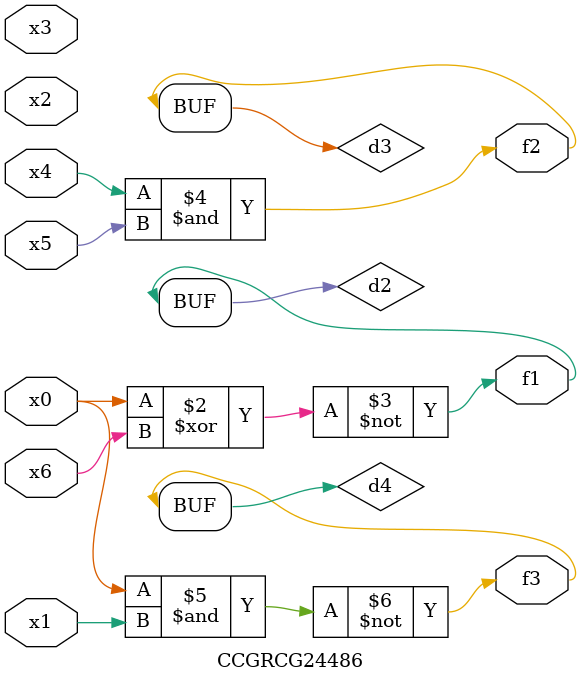
<source format=v>
module CCGRCG24486(
	input x0, x1, x2, x3, x4, x5, x6,
	output f1, f2, f3
);

	wire d1, d2, d3, d4;

	nor (d1, x0);
	xnor (d2, x0, x6);
	and (d3, x4, x5);
	nand (d4, x0, x1);
	assign f1 = d2;
	assign f2 = d3;
	assign f3 = d4;
endmodule

</source>
